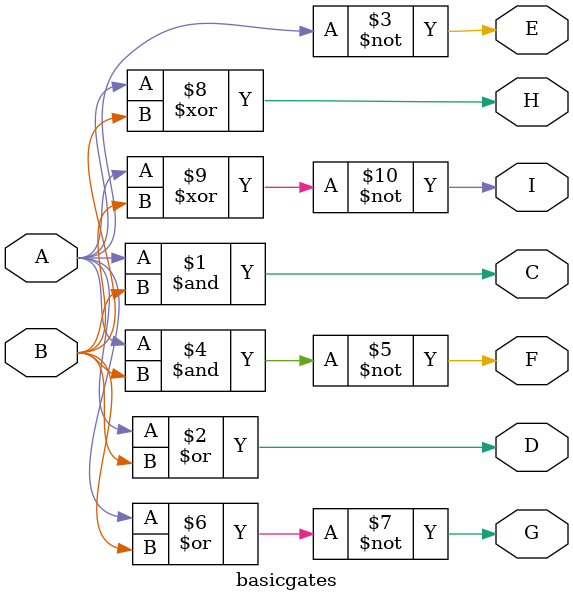
<source format=v>
`timescale 1ns / 1ps


module basicgates(
    input A,
    input B,
    output C,
    output D,
    output E,
    output F,
    output G,
    output H,
    output I
    );
   assign C = A&B;//AND GATE 
   assign D= A|B;//OR GATE
   assign E=~A;//NOT GATE
   assign F=~(A&B);//NAND GATE
   assign G=~(A|B);//NOR GATE
   assign H=A^B;//XOR GATE
   assign I=~(A^B);//XNOR GATE

endmodule

</source>
